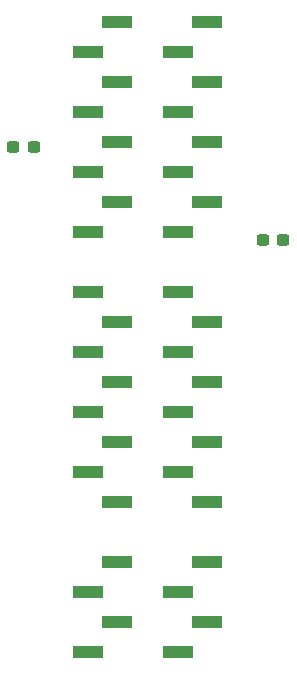
<source format=gbr>
G04 #@! TF.GenerationSoftware,KiCad,Pcbnew,9.0.6*
G04 #@! TF.CreationDate,2025-12-15T20:36:39+09:00*
G04 #@! TF.ProjectId,bionic-hd64180s,62696f6e-6963-42d6-9864-363431383073,1*
G04 #@! TF.SameCoordinates,Original*
G04 #@! TF.FileFunction,Paste,Bot*
G04 #@! TF.FilePolarity,Positive*
%FSLAX46Y46*%
G04 Gerber Fmt 4.6, Leading zero omitted, Abs format (unit mm)*
G04 Created by KiCad (PCBNEW 9.0.6) date 2025-12-15 20:36:39*
%MOMM*%
%LPD*%
G01*
G04 APERTURE LIST*
G04 Aperture macros list*
%AMRoundRect*
0 Rectangle with rounded corners*
0 $1 Rounding radius*
0 $2 $3 $4 $5 $6 $7 $8 $9 X,Y pos of 4 corners*
0 Add a 4 corners polygon primitive as box body*
4,1,4,$2,$3,$4,$5,$6,$7,$8,$9,$2,$3,0*
0 Add four circle primitives for the rounded corners*
1,1,$1+$1,$2,$3*
1,1,$1+$1,$4,$5*
1,1,$1+$1,$6,$7*
1,1,$1+$1,$8,$9*
0 Add four rect primitives between the rounded corners*
20,1,$1+$1,$2,$3,$4,$5,0*
20,1,$1+$1,$4,$5,$6,$7,0*
20,1,$1+$1,$6,$7,$8,$9,0*
20,1,$1+$1,$8,$9,$2,$3,0*%
G04 Aperture macros list end*
%ADD10RoundRect,0.237500X-0.300000X-0.237500X0.300000X-0.237500X0.300000X0.237500X-0.300000X0.237500X0*%
%ADD11R,2.510000X1.000000*%
%ADD12RoundRect,0.237500X0.300000X0.237500X-0.300000X0.237500X-0.300000X-0.237500X0.300000X-0.237500X0*%
G04 APERTURE END LIST*
D10*
X102348400Y-88161000D03*
X104073400Y-88161000D03*
D11*
X116265400Y-130960000D03*
X118754600Y-128420000D03*
X116265400Y-125880000D03*
X118754600Y-123340000D03*
X118754600Y-118260000D03*
X116265400Y-115720000D03*
X118754600Y-113180000D03*
X116265400Y-110640000D03*
X118754600Y-108100000D03*
X116265400Y-105560000D03*
X118754600Y-103020000D03*
X116265400Y-100480000D03*
X116265400Y-95400000D03*
X118754600Y-92860000D03*
X116265400Y-90320000D03*
X118754600Y-87780000D03*
X116265400Y-85240000D03*
X118754600Y-82700000D03*
X116265400Y-80160000D03*
X118754600Y-77620000D03*
X111134600Y-77620000D03*
X108645400Y-80160000D03*
X111134600Y-82700000D03*
X108645400Y-85240000D03*
X111134600Y-87780000D03*
X108645400Y-90320000D03*
X111134600Y-92860000D03*
X108645400Y-95400000D03*
X108645400Y-100480000D03*
X111134600Y-103020000D03*
X108645400Y-105560000D03*
X111134600Y-108100000D03*
X108645400Y-110640000D03*
X111134600Y-113180000D03*
X108645400Y-115720000D03*
X111134600Y-118260000D03*
X111134600Y-123340000D03*
X108645400Y-125880000D03*
X111134600Y-128420000D03*
X108645400Y-130960000D03*
D12*
X125206200Y-96060400D03*
X123481200Y-96060400D03*
M02*

</source>
